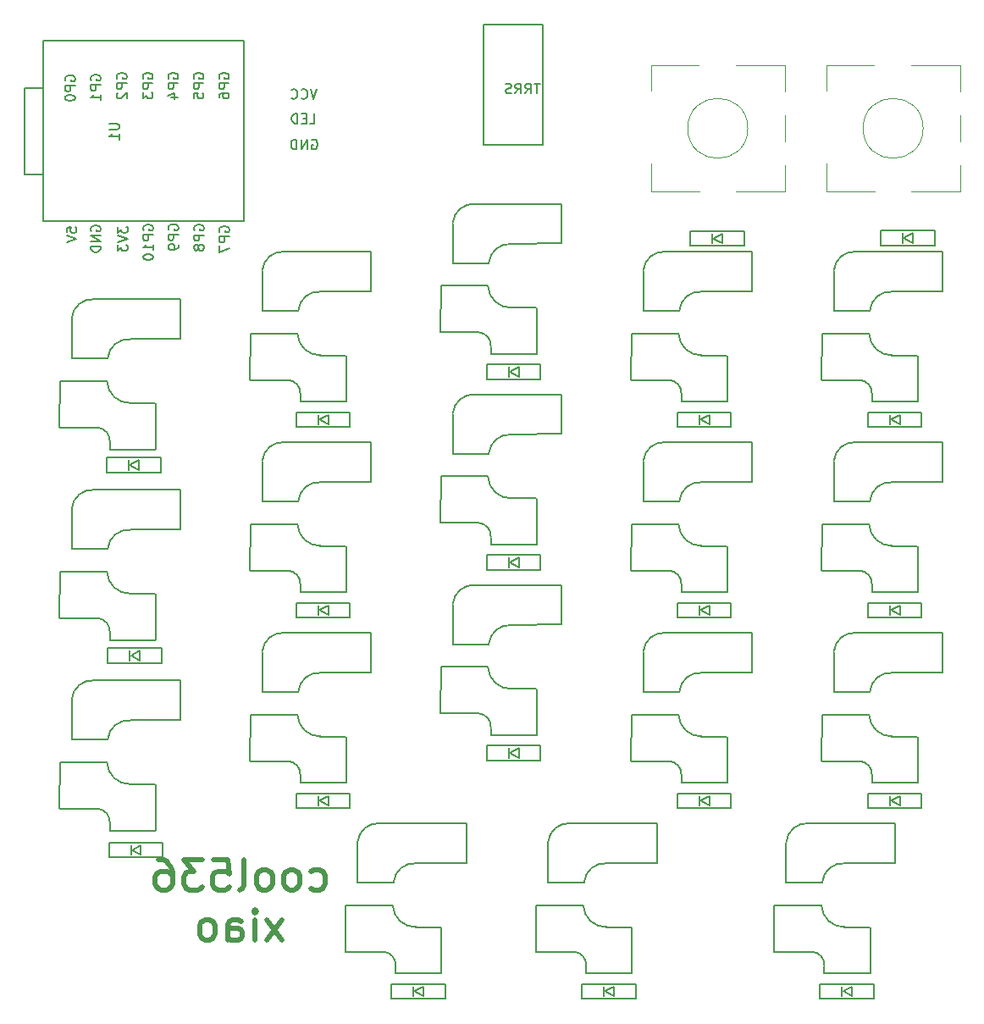
<source format=gbo>
G04 #@! TF.GenerationSoftware,KiCad,Pcbnew,(5.1.6-0-10_14)*
G04 #@! TF.CreationDate,2022-08-19T19:12:35+09:00*
G04 #@! TF.ProjectId,cool536xiao,636f6f6c-3533-4367-9869-616f2e6b6963,rev?*
G04 #@! TF.SameCoordinates,Original*
G04 #@! TF.FileFunction,Legend,Bot*
G04 #@! TF.FilePolarity,Positive*
%FSLAX46Y46*%
G04 Gerber Fmt 4.6, Leading zero omitted, Abs format (unit mm)*
G04 Created by KiCad (PCBNEW (5.1.6-0-10_14)) date 2022-08-19 19:12:35*
%MOMM*%
%LPD*%
G01*
G04 APERTURE LIST*
%ADD10C,0.500000*%
%ADD11C,0.150000*%
%ADD12C,0.120000*%
G04 APERTURE END LIST*
D10*
X67381428Y-120394285D02*
X67667142Y-120537142D01*
X68238571Y-120537142D01*
X68524285Y-120394285D01*
X68667142Y-120251428D01*
X68810000Y-119965714D01*
X68810000Y-119108571D01*
X68667142Y-118822857D01*
X68524285Y-118680000D01*
X68238571Y-118537142D01*
X67667142Y-118537142D01*
X67381428Y-118680000D01*
X65667142Y-120537142D02*
X65952857Y-120394285D01*
X66095714Y-120251428D01*
X66238571Y-119965714D01*
X66238571Y-119108571D01*
X66095714Y-118822857D01*
X65952857Y-118680000D01*
X65667142Y-118537142D01*
X65238571Y-118537142D01*
X64952857Y-118680000D01*
X64810000Y-118822857D01*
X64667142Y-119108571D01*
X64667142Y-119965714D01*
X64810000Y-120251428D01*
X64952857Y-120394285D01*
X65238571Y-120537142D01*
X65667142Y-120537142D01*
X62952857Y-120537142D02*
X63238571Y-120394285D01*
X63381428Y-120251428D01*
X63524285Y-119965714D01*
X63524285Y-119108571D01*
X63381428Y-118822857D01*
X63238571Y-118680000D01*
X62952857Y-118537142D01*
X62524285Y-118537142D01*
X62238571Y-118680000D01*
X62095714Y-118822857D01*
X61952857Y-119108571D01*
X61952857Y-119965714D01*
X62095714Y-120251428D01*
X62238571Y-120394285D01*
X62524285Y-120537142D01*
X62952857Y-120537142D01*
X60238571Y-120537142D02*
X60524285Y-120394285D01*
X60667142Y-120108571D01*
X60667142Y-117537142D01*
X57667142Y-117537142D02*
X59095714Y-117537142D01*
X59238571Y-118965714D01*
X59095714Y-118822857D01*
X58810000Y-118680000D01*
X58095714Y-118680000D01*
X57810000Y-118822857D01*
X57667142Y-118965714D01*
X57524285Y-119251428D01*
X57524285Y-119965714D01*
X57667142Y-120251428D01*
X57810000Y-120394285D01*
X58095714Y-120537142D01*
X58810000Y-120537142D01*
X59095714Y-120394285D01*
X59238571Y-120251428D01*
X56524285Y-117537142D02*
X54667142Y-117537142D01*
X55667142Y-118680000D01*
X55238571Y-118680000D01*
X54952857Y-118822857D01*
X54810000Y-118965714D01*
X54667142Y-119251428D01*
X54667142Y-119965714D01*
X54810000Y-120251428D01*
X54952857Y-120394285D01*
X55238571Y-120537142D01*
X56095714Y-120537142D01*
X56381428Y-120394285D01*
X56524285Y-120251428D01*
X52095714Y-117537142D02*
X52667142Y-117537142D01*
X52952857Y-117680000D01*
X53095714Y-117822857D01*
X53381428Y-118251428D01*
X53524285Y-118822857D01*
X53524285Y-119965714D01*
X53381428Y-120251428D01*
X53238571Y-120394285D01*
X52952857Y-120537142D01*
X52381428Y-120537142D01*
X52095714Y-120394285D01*
X51952857Y-120251428D01*
X51810000Y-119965714D01*
X51810000Y-119251428D01*
X51952857Y-118965714D01*
X52095714Y-118822857D01*
X52381428Y-118680000D01*
X52952857Y-118680000D01*
X53238571Y-118822857D01*
X53381428Y-118965714D01*
X53524285Y-119251428D01*
X64524285Y-125537142D02*
X62952857Y-123537142D01*
X64524285Y-123537142D02*
X62952857Y-125537142D01*
X61810000Y-125537142D02*
X61810000Y-123537142D01*
X61810000Y-122537142D02*
X61952857Y-122680000D01*
X61810000Y-122822857D01*
X61667142Y-122680000D01*
X61810000Y-122537142D01*
X61810000Y-122822857D01*
X59095714Y-125537142D02*
X59095714Y-123965714D01*
X59238571Y-123680000D01*
X59524285Y-123537142D01*
X60095714Y-123537142D01*
X60381428Y-123680000D01*
X59095714Y-125394285D02*
X59381428Y-125537142D01*
X60095714Y-125537142D01*
X60381428Y-125394285D01*
X60524285Y-125108571D01*
X60524285Y-124822857D01*
X60381428Y-124537142D01*
X60095714Y-124394285D01*
X59381428Y-124394285D01*
X59095714Y-124251428D01*
X57238571Y-125537142D02*
X57524285Y-125394285D01*
X57667142Y-125251428D01*
X57810000Y-124965714D01*
X57810000Y-124108571D01*
X57667142Y-123822857D01*
X57524285Y-123680000D01*
X57238571Y-123537142D01*
X56810000Y-123537142D01*
X56524285Y-123680000D01*
X56381428Y-123822857D01*
X56238571Y-124108571D01*
X56238571Y-124965714D01*
X56381428Y-125251428D01*
X56524285Y-125394285D01*
X56810000Y-125537142D01*
X57238571Y-125537142D01*
D11*
X41880000Y-53660000D02*
X60680000Y-53660000D01*
X60680000Y-53660000D02*
X60680000Y-35660000D01*
X60680000Y-35660000D02*
X41880000Y-35660000D01*
X40590000Y-49010000D02*
X38710000Y-49010000D01*
X40590000Y-40350000D02*
X38710000Y-40350000D01*
X38710000Y-40350000D02*
X38710000Y-49010000D01*
X41880000Y-35660000D02*
X40600400Y-35660000D01*
X40600400Y-35660000D02*
X40600400Y-53550000D01*
X41880000Y-53660000D02*
X40600400Y-53660000D01*
X40600400Y-53660000D02*
X40600400Y-53550000D01*
X85370000Y-66270000D02*
X85370000Y-66970000D01*
X80375000Y-60170000D02*
X80350000Y-64770000D01*
X89950000Y-62370000D02*
X89950000Y-66970000D01*
X84150000Y-64795000D02*
X80375000Y-64795000D01*
X85075000Y-60145000D02*
X80375000Y-60145000D01*
X89925000Y-62345000D02*
X87375000Y-62345000D01*
X89925000Y-66995000D02*
X85375000Y-66995000D01*
X92450000Y-55920000D02*
X87400000Y-55966000D01*
X92450000Y-55874000D02*
X92450000Y-51966000D01*
X92450000Y-51966000D02*
X83825000Y-51966000D01*
X81550000Y-53920000D02*
X81550000Y-57865000D01*
X81550000Y-57874000D02*
X85160000Y-57874000D01*
X85370000Y-66220000D02*
G75*
G03*
X84150000Y-64800000I-1320000J100000D01*
G01*
X85080000Y-60170000D02*
G75*
G03*
X87450000Y-62340000I2270000J100000D01*
G01*
X85165000Y-57850000D02*
G75*
G02*
X87425000Y-55970000I2070000J-190000D01*
G01*
X81561000Y-53850000D02*
G75*
G02*
X83825000Y-51966000I2074000J-190000D01*
G01*
X110720000Y-56170000D02*
X110720000Y-54670000D01*
X105320000Y-56170000D02*
X110720000Y-56170000D01*
X105320000Y-54670000D02*
X105320000Y-56170000D01*
X110720000Y-54670000D02*
X105320000Y-54670000D01*
X107520000Y-54920000D02*
X107520000Y-55920000D01*
X108520000Y-55920000D02*
X107620000Y-55420000D01*
X108520000Y-54920000D02*
X108520000Y-55920000D01*
X107620000Y-55420000D02*
X108520000Y-54920000D01*
X129760000Y-56150000D02*
X129760000Y-54650000D01*
X124360000Y-56150000D02*
X129760000Y-56150000D01*
X124360000Y-54650000D02*
X124360000Y-56150000D01*
X129760000Y-54650000D02*
X124360000Y-54650000D01*
X126560000Y-54900000D02*
X126560000Y-55900000D01*
X127560000Y-55900000D02*
X126660000Y-55400000D01*
X127560000Y-54900000D02*
X127560000Y-55900000D01*
X126660000Y-55400000D02*
X127560000Y-54900000D01*
D12*
X118890000Y-50710000D02*
X118890000Y-47910000D01*
X123790000Y-50710000D02*
X118890000Y-50710000D01*
X132290000Y-50710000D02*
X127390000Y-50710000D01*
X132290000Y-48110000D02*
X132290000Y-50710000D01*
X132290000Y-43110000D02*
X132290000Y-45710000D01*
X132290000Y-38110000D02*
X132290000Y-40710000D01*
X127390000Y-38110000D02*
X132290000Y-38110000D01*
X123690000Y-38110000D02*
X118890000Y-38110000D01*
X118890000Y-38110000D02*
X118890000Y-40610000D01*
X128590000Y-44410000D02*
G75*
G03*
X128590000Y-44410000I-3000000J0D01*
G01*
X114760000Y-43110000D02*
X114760000Y-45710000D01*
X114760000Y-50710000D02*
X109860000Y-50710000D01*
X114760000Y-48110000D02*
X114760000Y-50710000D01*
X114760000Y-38110000D02*
X114760000Y-40710000D01*
X109860000Y-38110000D02*
X114760000Y-38110000D01*
X106160000Y-38110000D02*
X101360000Y-38110000D01*
X101360000Y-38110000D02*
X101360000Y-40610000D01*
X111060000Y-44410000D02*
G75*
G03*
X111060000Y-44410000I-3000000J0D01*
G01*
X106260000Y-50710000D02*
X101360000Y-50710000D01*
X101360000Y-50710000D02*
X101360000Y-47910000D01*
D11*
X84600000Y-34070000D02*
X90600000Y-34070000D01*
X90600000Y-34070000D02*
X90600000Y-46070000D01*
X90600000Y-46070000D02*
X84600000Y-46070000D01*
X84600000Y-46070000D02*
X84600000Y-34070000D01*
X81550000Y-95974000D02*
X85160000Y-95974000D01*
X81550000Y-92020000D02*
X81550000Y-95965000D01*
X92450000Y-90066000D02*
X83825000Y-90066000D01*
X92450000Y-93974000D02*
X92450000Y-90066000D01*
X92450000Y-94020000D02*
X87400000Y-94066000D01*
X89925000Y-105095000D02*
X85375000Y-105095000D01*
X89925000Y-100445000D02*
X87375000Y-100445000D01*
X85075000Y-98245000D02*
X80375000Y-98245000D01*
X84150000Y-102895000D02*
X80375000Y-102895000D01*
X89950000Y-100470000D02*
X89950000Y-105070000D01*
X80375000Y-98270000D02*
X80350000Y-102870000D01*
X85370000Y-104370000D02*
X85370000Y-105070000D01*
X81561000Y-91950000D02*
G75*
G02*
X83825000Y-90066000I2074000J-190000D01*
G01*
X85165000Y-95950000D02*
G75*
G02*
X87425000Y-94070000I2070000J-190000D01*
G01*
X85080000Y-98270000D02*
G75*
G03*
X87450000Y-100440000I2270000J100000D01*
G01*
X85370000Y-104320000D02*
G75*
G03*
X84150000Y-102900000I-1320000J100000D01*
G01*
X47270000Y-94845000D02*
X47270000Y-95545000D01*
X42275000Y-88745000D02*
X42250000Y-93345000D01*
X51850000Y-90945000D02*
X51850000Y-95545000D01*
X46050000Y-93370000D02*
X42275000Y-93370000D01*
X46975000Y-88720000D02*
X42275000Y-88720000D01*
X51825000Y-90920000D02*
X49275000Y-90920000D01*
X51825000Y-95570000D02*
X47275000Y-95570000D01*
X54350000Y-84495000D02*
X49300000Y-84541000D01*
X54350000Y-84449000D02*
X54350000Y-80541000D01*
X54350000Y-80541000D02*
X45725000Y-80541000D01*
X43450000Y-82495000D02*
X43450000Y-86440000D01*
X43450000Y-86449000D02*
X47060000Y-86449000D01*
X47270000Y-94795000D02*
G75*
G03*
X46050000Y-93375000I-1320000J100000D01*
G01*
X46980000Y-88745000D02*
G75*
G03*
X49350000Y-90915000I2270000J100000D01*
G01*
X47065000Y-86425000D02*
G75*
G02*
X49325000Y-84545000I2070000J-190000D01*
G01*
X43461000Y-82425000D02*
G75*
G02*
X45725000Y-80541000I2074000J-190000D01*
G01*
X62500000Y-81686500D02*
X66110000Y-81686500D01*
X62500000Y-77732500D02*
X62500000Y-81677500D01*
X73400000Y-75778500D02*
X64775000Y-75778500D01*
X73400000Y-79686500D02*
X73400000Y-75778500D01*
X73400000Y-79732500D02*
X68350000Y-79778500D01*
X70875000Y-90807500D02*
X66325000Y-90807500D01*
X70875000Y-86157500D02*
X68325000Y-86157500D01*
X66025000Y-83957500D02*
X61325000Y-83957500D01*
X65100000Y-88607500D02*
X61325000Y-88607500D01*
X70900000Y-86182500D02*
X70900000Y-90782500D01*
X61325000Y-83982500D02*
X61300000Y-88582500D01*
X66320000Y-90082500D02*
X66320000Y-90782500D01*
X62511000Y-77662500D02*
G75*
G02*
X64775000Y-75778500I2074000J-190000D01*
G01*
X66115000Y-81662500D02*
G75*
G02*
X68375000Y-79782500I2070000J-190000D01*
G01*
X66030000Y-83982500D02*
G75*
G03*
X68400000Y-86152500I2270000J100000D01*
G01*
X66320000Y-90032500D02*
G75*
G03*
X65100000Y-88612500I-1320000J100000D01*
G01*
X71300000Y-72782499D02*
X71300000Y-74282499D01*
X65900000Y-72782499D02*
X71300000Y-72782499D01*
X65900000Y-74282499D02*
X65900000Y-72782499D01*
X71300000Y-74282499D02*
X65900000Y-74282499D01*
X68100000Y-74032499D02*
X68100000Y-73032499D01*
X69100000Y-73032499D02*
X68200000Y-73532499D01*
X69100000Y-74032499D02*
X69100000Y-73032499D01*
X68200000Y-73532499D02*
X69100000Y-74032499D01*
X100600000Y-81686500D02*
X104210000Y-81686500D01*
X100600000Y-77732500D02*
X100600000Y-81677500D01*
X111500000Y-75778500D02*
X102875000Y-75778500D01*
X111500000Y-79686500D02*
X111500000Y-75778500D01*
X111500000Y-79732500D02*
X106450000Y-79778500D01*
X108975000Y-90807500D02*
X104425000Y-90807500D01*
X108975000Y-86157500D02*
X106425000Y-86157500D01*
X104125000Y-83957500D02*
X99425000Y-83957500D01*
X103200000Y-88607500D02*
X99425000Y-88607500D01*
X109000000Y-86182500D02*
X109000000Y-90782500D01*
X99425000Y-83982500D02*
X99400000Y-88582500D01*
X104420000Y-90082500D02*
X104420000Y-90782500D01*
X100611000Y-77662500D02*
G75*
G02*
X102875000Y-75778500I2074000J-190000D01*
G01*
X104215000Y-81662500D02*
G75*
G02*
X106475000Y-79782500I2070000J-190000D01*
G01*
X104130000Y-83982500D02*
G75*
G03*
X106500000Y-86152500I2270000J100000D01*
G01*
X104420000Y-90032500D02*
G75*
G03*
X103200000Y-88612500I-1320000J100000D01*
G01*
X94895000Y-128182500D02*
X94895000Y-128882500D01*
X89900000Y-122082500D02*
X89875000Y-126682500D01*
X99475000Y-124282500D02*
X99475000Y-128882500D01*
X93675000Y-126707500D02*
X89900000Y-126707500D01*
X94600000Y-122057500D02*
X89900000Y-122057500D01*
X99450000Y-124257500D02*
X96900000Y-124257500D01*
X99450000Y-128907500D02*
X94900000Y-128907500D01*
X101975000Y-117832500D02*
X96925000Y-117878500D01*
X101975000Y-117786500D02*
X101975000Y-113878500D01*
X101975000Y-113878500D02*
X93350000Y-113878500D01*
X91075000Y-115832500D02*
X91075000Y-119777500D01*
X91075000Y-119786500D02*
X94685000Y-119786500D01*
X94895000Y-128132500D02*
G75*
G03*
X93675000Y-126712500I-1320000J100000D01*
G01*
X94605000Y-122082500D02*
G75*
G03*
X96975000Y-124252500I2270000J100000D01*
G01*
X94690000Y-119762500D02*
G75*
G02*
X96950000Y-117882500I2070000J-190000D01*
G01*
X91086000Y-115762500D02*
G75*
G02*
X93350000Y-113878500I2074000J-190000D01*
G01*
X75845000Y-128182500D02*
X75845000Y-128882500D01*
X70850000Y-122082500D02*
X70825000Y-126682500D01*
X80425000Y-124282500D02*
X80425000Y-128882500D01*
X74625000Y-126707500D02*
X70850000Y-126707500D01*
X75550000Y-122057500D02*
X70850000Y-122057500D01*
X80400000Y-124257500D02*
X77850000Y-124257500D01*
X80400000Y-128907500D02*
X75850000Y-128907500D01*
X82925000Y-117832500D02*
X77875000Y-117878500D01*
X82925000Y-117786500D02*
X82925000Y-113878500D01*
X82925000Y-113878500D02*
X74300000Y-113878500D01*
X72025000Y-115832500D02*
X72025000Y-119777500D01*
X72025000Y-119786500D02*
X75635000Y-119786500D01*
X75845000Y-128132500D02*
G75*
G03*
X74625000Y-126712500I-1320000J100000D01*
G01*
X75555000Y-122082500D02*
G75*
G03*
X77925000Y-124252500I2270000J100000D01*
G01*
X75640000Y-119762500D02*
G75*
G02*
X77900000Y-117882500I2070000J-190000D01*
G01*
X72036000Y-115762500D02*
G75*
G02*
X74300000Y-113878500I2074000J-190000D01*
G01*
X119650000Y-100736500D02*
X123260000Y-100736500D01*
X119650000Y-96782500D02*
X119650000Y-100727500D01*
X130550000Y-94828500D02*
X121925000Y-94828500D01*
X130550000Y-98736500D02*
X130550000Y-94828500D01*
X130550000Y-98782500D02*
X125500000Y-98828500D01*
X128025000Y-109857500D02*
X123475000Y-109857500D01*
X128025000Y-105207500D02*
X125475000Y-105207500D01*
X123175000Y-103007500D02*
X118475000Y-103007500D01*
X122250000Y-107657500D02*
X118475000Y-107657500D01*
X128050000Y-105232500D02*
X128050000Y-109832500D01*
X118475000Y-103032500D02*
X118450000Y-107632500D01*
X123470000Y-109132500D02*
X123470000Y-109832500D01*
X119661000Y-96712500D02*
G75*
G02*
X121925000Y-94828500I2074000J-190000D01*
G01*
X123265000Y-100712500D02*
G75*
G02*
X125525000Y-98832500I2070000J-190000D01*
G01*
X123180000Y-103032500D02*
G75*
G03*
X125550000Y-105202500I2270000J100000D01*
G01*
X123470000Y-109082500D02*
G75*
G03*
X122250000Y-107662500I-1320000J100000D01*
G01*
X119650000Y-62636499D02*
X123260000Y-62636499D01*
X119650000Y-58682499D02*
X119650000Y-62627499D01*
X130550000Y-56728499D02*
X121925000Y-56728499D01*
X130550000Y-60636499D02*
X130550000Y-56728499D01*
X130550000Y-60682499D02*
X125500000Y-60728499D01*
X128025000Y-71757499D02*
X123475000Y-71757499D01*
X128025000Y-67107499D02*
X125475000Y-67107499D01*
X123175000Y-64907499D02*
X118475000Y-64907499D01*
X122250000Y-69557499D02*
X118475000Y-69557499D01*
X128050000Y-67132499D02*
X128050000Y-71732499D01*
X118475000Y-64932499D02*
X118450000Y-69532499D01*
X123470000Y-71032499D02*
X123470000Y-71732499D01*
X119661000Y-58612499D02*
G75*
G02*
X121925000Y-56728499I2074000J-190000D01*
G01*
X123265000Y-62612499D02*
G75*
G02*
X125525000Y-60732499I2070000J-190000D01*
G01*
X123180000Y-64932499D02*
G75*
G03*
X125550000Y-67102499I2270000J100000D01*
G01*
X123470000Y-70982499D02*
G75*
G03*
X122250000Y-69562499I-1320000J100000D01*
G01*
X66320000Y-109132500D02*
X66320000Y-109832500D01*
X61325000Y-103032500D02*
X61300000Y-107632500D01*
X70900000Y-105232500D02*
X70900000Y-109832500D01*
X65100000Y-107657500D02*
X61325000Y-107657500D01*
X66025000Y-103007500D02*
X61325000Y-103007500D01*
X70875000Y-105207500D02*
X68325000Y-105207500D01*
X70875000Y-109857500D02*
X66325000Y-109857500D01*
X73400000Y-98782500D02*
X68350000Y-98828500D01*
X73400000Y-98736500D02*
X73400000Y-94828500D01*
X73400000Y-94828500D02*
X64775000Y-94828500D01*
X62500000Y-96782500D02*
X62500000Y-100727500D01*
X62500000Y-100736500D02*
X66110000Y-100736500D01*
X66320000Y-109082500D02*
G75*
G03*
X65100000Y-107662500I-1320000J100000D01*
G01*
X66030000Y-103032500D02*
G75*
G03*
X68400000Y-105202500I2270000J100000D01*
G01*
X66115000Y-100712500D02*
G75*
G02*
X68375000Y-98832500I2070000J-190000D01*
G01*
X62511000Y-96712500D02*
G75*
G02*
X64775000Y-94828500I2074000J-190000D01*
G01*
X100600000Y-100736500D02*
X104210000Y-100736500D01*
X100600000Y-96782500D02*
X100600000Y-100727500D01*
X111500000Y-94828500D02*
X102875000Y-94828500D01*
X111500000Y-98736500D02*
X111500000Y-94828500D01*
X111500000Y-98782500D02*
X106450000Y-98828500D01*
X108975000Y-109857500D02*
X104425000Y-109857500D01*
X108975000Y-105207500D02*
X106425000Y-105207500D01*
X104125000Y-103007500D02*
X99425000Y-103007500D01*
X103200000Y-107657500D02*
X99425000Y-107657500D01*
X109000000Y-105232500D02*
X109000000Y-109832500D01*
X99425000Y-103032500D02*
X99400000Y-107632500D01*
X104420000Y-109132500D02*
X104420000Y-109832500D01*
X100611000Y-96712500D02*
G75*
G02*
X102875000Y-94828500I2074000J-190000D01*
G01*
X104215000Y-100712500D02*
G75*
G02*
X106475000Y-98832500I2070000J-190000D01*
G01*
X104130000Y-103032500D02*
G75*
G03*
X106500000Y-105202500I2270000J100000D01*
G01*
X104420000Y-109082500D02*
G75*
G03*
X103200000Y-107662500I-1320000J100000D01*
G01*
X119650000Y-81686500D02*
X123260000Y-81686500D01*
X119650000Y-77732500D02*
X119650000Y-81677500D01*
X130550000Y-75778500D02*
X121925000Y-75778500D01*
X130550000Y-79686500D02*
X130550000Y-75778500D01*
X130550000Y-79732500D02*
X125500000Y-79778500D01*
X128025000Y-90807500D02*
X123475000Y-90807500D01*
X128025000Y-86157500D02*
X125475000Y-86157500D01*
X123175000Y-83957500D02*
X118475000Y-83957500D01*
X122250000Y-88607500D02*
X118475000Y-88607500D01*
X128050000Y-86182500D02*
X128050000Y-90782500D01*
X118475000Y-83982500D02*
X118450000Y-88582500D01*
X123470000Y-90082500D02*
X123470000Y-90782500D01*
X119661000Y-77662500D02*
G75*
G02*
X121925000Y-75778500I2074000J-190000D01*
G01*
X123265000Y-81662500D02*
G75*
G02*
X125525000Y-79782500I2070000J-190000D01*
G01*
X123180000Y-83982500D02*
G75*
G03*
X125550000Y-86152500I2270000J100000D01*
G01*
X123470000Y-90032500D02*
G75*
G03*
X122250000Y-88612500I-1320000J100000D01*
G01*
X43450000Y-105499000D02*
X47060000Y-105499000D01*
X43450000Y-101545000D02*
X43450000Y-105490000D01*
X54350000Y-99591000D02*
X45725000Y-99591000D01*
X54350000Y-103499000D02*
X54350000Y-99591000D01*
X54350000Y-103545000D02*
X49300000Y-103591000D01*
X51825000Y-114620000D02*
X47275000Y-114620000D01*
X51825000Y-109970000D02*
X49275000Y-109970000D01*
X46975000Y-107770000D02*
X42275000Y-107770000D01*
X46050000Y-112420000D02*
X42275000Y-112420000D01*
X51850000Y-109995000D02*
X51850000Y-114595000D01*
X42275000Y-107795000D02*
X42250000Y-112395000D01*
X47270000Y-113895000D02*
X47270000Y-114595000D01*
X43461000Y-101475000D02*
G75*
G02*
X45725000Y-99591000I2074000J-190000D01*
G01*
X47065000Y-105475000D02*
G75*
G02*
X49325000Y-103595000I2070000J-190000D01*
G01*
X46980000Y-107795000D02*
G75*
G03*
X49350000Y-109965000I2270000J100000D01*
G01*
X47270000Y-113845000D02*
G75*
G03*
X46050000Y-112425000I-1320000J100000D01*
G01*
X81550000Y-76924000D02*
X85160000Y-76924000D01*
X81550000Y-72970000D02*
X81550000Y-76915000D01*
X92450000Y-71016000D02*
X83825000Y-71016000D01*
X92450000Y-74924000D02*
X92450000Y-71016000D01*
X92450000Y-74970000D02*
X87400000Y-75016000D01*
X89925000Y-86045000D02*
X85375000Y-86045000D01*
X89925000Y-81395000D02*
X87375000Y-81395000D01*
X85075000Y-79195000D02*
X80375000Y-79195000D01*
X84150000Y-83845000D02*
X80375000Y-83845000D01*
X89950000Y-81420000D02*
X89950000Y-86020000D01*
X80375000Y-79220000D02*
X80350000Y-83820000D01*
X85370000Y-85320000D02*
X85370000Y-86020000D01*
X81561000Y-72900000D02*
G75*
G02*
X83825000Y-71016000I2074000J-190000D01*
G01*
X85165000Y-76900000D02*
G75*
G02*
X87425000Y-75020000I2070000J-190000D01*
G01*
X85080000Y-79220000D02*
G75*
G03*
X87450000Y-81390000I2270000J100000D01*
G01*
X85370000Y-85270000D02*
G75*
G03*
X84150000Y-83850000I-1320000J100000D01*
G01*
X109400000Y-91832500D02*
X109400000Y-93332500D01*
X104000000Y-91832500D02*
X109400000Y-91832500D01*
X104000000Y-93332500D02*
X104000000Y-91832500D01*
X109400000Y-93332500D02*
X104000000Y-93332500D01*
X106200000Y-93082500D02*
X106200000Y-92082500D01*
X107200000Y-92082500D02*
X106300000Y-92582500D01*
X107200000Y-93082500D02*
X107200000Y-92082500D01*
X106300000Y-92582500D02*
X107200000Y-93082500D01*
X128450000Y-91832500D02*
X128450000Y-93332500D01*
X123050000Y-91832500D02*
X128450000Y-91832500D01*
X123050000Y-93332500D02*
X123050000Y-91832500D01*
X128450000Y-93332500D02*
X123050000Y-93332500D01*
X125250000Y-93082500D02*
X125250000Y-92082500D01*
X126250000Y-92082500D02*
X125350000Y-92582500D01*
X126250000Y-93082500D02*
X126250000Y-92082500D01*
X125350000Y-92582500D02*
X126250000Y-93082500D01*
X99875000Y-129932500D02*
X99875000Y-131432500D01*
X94475000Y-129932500D02*
X99875000Y-129932500D01*
X94475000Y-131432500D02*
X94475000Y-129932500D01*
X99875000Y-131432500D02*
X94475000Y-131432500D01*
X96675000Y-131182500D02*
X96675000Y-130182500D01*
X97675000Y-130182500D02*
X96775000Y-130682500D01*
X97675000Y-131182500D02*
X97675000Y-130182500D01*
X96775000Y-130682500D02*
X97675000Y-131182500D01*
X123688000Y-129932500D02*
X123688000Y-131432500D01*
X118288000Y-129932500D02*
X123688000Y-129932500D01*
X118288000Y-131432500D02*
X118288000Y-129932500D01*
X123688000Y-131432500D02*
X118288000Y-131432500D01*
X120488000Y-131182500D02*
X120488000Y-130182500D01*
X121488000Y-130182500D02*
X120588000Y-130682500D01*
X121488000Y-131182500D02*
X121488000Y-130182500D01*
X120588000Y-130682500D02*
X121488000Y-131182500D01*
X90350000Y-68020000D02*
X90350000Y-69520000D01*
X84950000Y-68020000D02*
X90350000Y-68020000D01*
X84950000Y-69520000D02*
X84950000Y-68020000D01*
X90350000Y-69520000D02*
X84950000Y-69520000D01*
X87150000Y-69270000D02*
X87150000Y-68270000D01*
X88150000Y-68270000D02*
X87250000Y-68770000D01*
X88150000Y-69270000D02*
X88150000Y-68270000D01*
X87250000Y-68770000D02*
X88150000Y-69270000D01*
X109400000Y-72782499D02*
X109400000Y-74282499D01*
X104000000Y-72782499D02*
X109400000Y-72782499D01*
X104000000Y-74282499D02*
X104000000Y-72782499D01*
X109400000Y-74282499D02*
X104000000Y-74282499D01*
X106200000Y-74032499D02*
X106200000Y-73032499D01*
X107200000Y-73032499D02*
X106300000Y-73532499D01*
X107200000Y-74032499D02*
X107200000Y-73032499D01*
X106300000Y-73532499D02*
X107200000Y-74032499D01*
X128450000Y-72782499D02*
X128450000Y-74282499D01*
X123050000Y-72782499D02*
X128450000Y-72782499D01*
X123050000Y-74282499D02*
X123050000Y-72782499D01*
X128450000Y-74282499D02*
X123050000Y-74282499D01*
X125250000Y-74032499D02*
X125250000Y-73032499D01*
X126250000Y-73032499D02*
X125350000Y-73532499D01*
X126250000Y-74032499D02*
X126250000Y-73032499D01*
X125350000Y-73532499D02*
X126250000Y-74032499D01*
X90350000Y-87070000D02*
X90350000Y-88570000D01*
X84950000Y-87070000D02*
X90350000Y-87070000D01*
X84950000Y-88570000D02*
X84950000Y-87070000D01*
X90350000Y-88570000D02*
X84950000Y-88570000D01*
X87150000Y-88320000D02*
X87150000Y-87320000D01*
X88150000Y-87320000D02*
X87250000Y-87820000D01*
X88150000Y-88320000D02*
X88150000Y-87320000D01*
X87250000Y-87820000D02*
X88150000Y-88320000D01*
X71300000Y-91832500D02*
X71300000Y-93332500D01*
X65900000Y-91832500D02*
X71300000Y-91832500D01*
X65900000Y-93332500D02*
X65900000Y-91832500D01*
X71300000Y-93332500D02*
X65900000Y-93332500D01*
X68100000Y-93082500D02*
X68100000Y-92082500D01*
X69100000Y-92082500D02*
X68200000Y-92582500D01*
X69100000Y-93082500D02*
X69100000Y-92082500D01*
X68200000Y-92582500D02*
X69100000Y-93082500D01*
X71300000Y-110882500D02*
X71300000Y-112382500D01*
X65900000Y-110882500D02*
X71300000Y-110882500D01*
X65900000Y-112382500D02*
X65900000Y-110882500D01*
X71300000Y-112382500D02*
X65900000Y-112382500D01*
X68100000Y-112132500D02*
X68100000Y-111132500D01*
X69100000Y-111132500D02*
X68200000Y-111632500D01*
X69100000Y-112132500D02*
X69100000Y-111132500D01*
X68200000Y-111632500D02*
X69100000Y-112132500D01*
X90350000Y-106120000D02*
X90350000Y-107620000D01*
X84950000Y-106120000D02*
X90350000Y-106120000D01*
X84950000Y-107620000D02*
X84950000Y-106120000D01*
X90350000Y-107620000D02*
X84950000Y-107620000D01*
X87150000Y-107370000D02*
X87150000Y-106370000D01*
X88150000Y-106370000D02*
X87250000Y-106870000D01*
X88150000Y-107370000D02*
X88150000Y-106370000D01*
X87250000Y-106870000D02*
X88150000Y-107370000D01*
X109400000Y-110882500D02*
X109400000Y-112382500D01*
X104000000Y-110882500D02*
X109400000Y-110882500D01*
X104000000Y-112382500D02*
X104000000Y-110882500D01*
X109400000Y-112382500D02*
X104000000Y-112382500D01*
X106200000Y-112132500D02*
X106200000Y-111132500D01*
X107200000Y-111132500D02*
X106300000Y-111632500D01*
X107200000Y-112132500D02*
X107200000Y-111132500D01*
X106300000Y-111632500D02*
X107200000Y-112132500D01*
X128450000Y-110882500D02*
X128450000Y-112382500D01*
X123050000Y-110882500D02*
X128450000Y-110882500D01*
X123050000Y-112382500D02*
X123050000Y-110882500D01*
X128450000Y-112382500D02*
X123050000Y-112382500D01*
X125250000Y-112132500D02*
X125250000Y-111132500D01*
X126250000Y-111132500D02*
X125350000Y-111632500D01*
X126250000Y-112132500D02*
X126250000Y-111132500D01*
X125350000Y-111632500D02*
X126250000Y-112132500D01*
X80825000Y-129932500D02*
X80825000Y-131432500D01*
X75425000Y-129932500D02*
X80825000Y-129932500D01*
X75425000Y-131432500D02*
X75425000Y-129932500D01*
X80825000Y-131432500D02*
X75425000Y-131432500D01*
X77625000Y-131182500D02*
X77625000Y-130182500D01*
X78625000Y-130182500D02*
X77725000Y-130682500D01*
X78625000Y-131182500D02*
X78625000Y-130182500D01*
X77725000Y-130682500D02*
X78625000Y-131182500D01*
X114888000Y-119786500D02*
X118498000Y-119786500D01*
X114888000Y-115832500D02*
X114888000Y-119777500D01*
X125788000Y-113878500D02*
X117163000Y-113878500D01*
X125788000Y-117786500D02*
X125788000Y-113878500D01*
X125788000Y-117832500D02*
X120738000Y-117878500D01*
X123263000Y-128907500D02*
X118713000Y-128907500D01*
X123263000Y-124257500D02*
X120713000Y-124257500D01*
X118413000Y-122057500D02*
X113713000Y-122057500D01*
X117488000Y-126707500D02*
X113713000Y-126707500D01*
X123288000Y-124282500D02*
X123288000Y-128882500D01*
X113713000Y-122082500D02*
X113688000Y-126682500D01*
X118708000Y-128182500D02*
X118708000Y-128882500D01*
X114899000Y-115762500D02*
G75*
G02*
X117163000Y-113878500I2074000J-190000D01*
G01*
X118503000Y-119762500D02*
G75*
G02*
X120763000Y-117882500I2070000J-190000D01*
G01*
X118418000Y-122082500D02*
G75*
G03*
X120788000Y-124252500I2270000J100000D01*
G01*
X118708000Y-128132500D02*
G75*
G03*
X117488000Y-126712500I-1320000J100000D01*
G01*
X66320000Y-71032499D02*
X66320000Y-71732499D01*
X61325000Y-64932499D02*
X61300000Y-69532499D01*
X70900000Y-67132499D02*
X70900000Y-71732499D01*
X65100000Y-69557499D02*
X61325000Y-69557499D01*
X66025000Y-64907499D02*
X61325000Y-64907499D01*
X70875000Y-67107499D02*
X68325000Y-67107499D01*
X70875000Y-71757499D02*
X66325000Y-71757499D01*
X73400000Y-60682499D02*
X68350000Y-60728499D01*
X73400000Y-60636499D02*
X73400000Y-56728499D01*
X73400000Y-56728499D02*
X64775000Y-56728499D01*
X62500000Y-58682499D02*
X62500000Y-62627499D01*
X62500000Y-62636499D02*
X66110000Y-62636499D01*
X66320000Y-70982499D02*
G75*
G03*
X65100000Y-69562499I-1320000J100000D01*
G01*
X66030000Y-64932499D02*
G75*
G03*
X68400000Y-67102499I2270000J100000D01*
G01*
X66115000Y-62612499D02*
G75*
G02*
X68375000Y-60732499I2070000J-190000D01*
G01*
X62511000Y-58612499D02*
G75*
G02*
X64775000Y-56728499I2074000J-190000D01*
G01*
X104420000Y-71032499D02*
X104420000Y-71732499D01*
X99425000Y-64932499D02*
X99400000Y-69532499D01*
X109000000Y-67132499D02*
X109000000Y-71732499D01*
X103200000Y-69557499D02*
X99425000Y-69557499D01*
X104125000Y-64907499D02*
X99425000Y-64907499D01*
X108975000Y-67107499D02*
X106425000Y-67107499D01*
X108975000Y-71757499D02*
X104425000Y-71757499D01*
X111500000Y-60682499D02*
X106450000Y-60728499D01*
X111500000Y-60636499D02*
X111500000Y-56728499D01*
X111500000Y-56728499D02*
X102875000Y-56728499D01*
X100600000Y-58682499D02*
X100600000Y-62627499D01*
X100600000Y-62636499D02*
X104210000Y-62636499D01*
X104420000Y-70982499D02*
G75*
G03*
X103200000Y-69562499I-1320000J100000D01*
G01*
X104130000Y-64932499D02*
G75*
G03*
X106500000Y-67102499I2270000J100000D01*
G01*
X104215000Y-62612499D02*
G75*
G02*
X106475000Y-60732499I2070000J-190000D01*
G01*
X100611000Y-58612499D02*
G75*
G02*
X102875000Y-56728499I2074000J-190000D01*
G01*
X47270000Y-75795000D02*
X47270000Y-76495000D01*
X42275000Y-69695000D02*
X42250000Y-74295000D01*
X51850000Y-71895000D02*
X51850000Y-76495000D01*
X46050000Y-74320000D02*
X42275000Y-74320000D01*
X46975000Y-69670000D02*
X42275000Y-69670000D01*
X51825000Y-71870000D02*
X49275000Y-71870000D01*
X51825000Y-76520000D02*
X47275000Y-76520000D01*
X54350000Y-65445000D02*
X49300000Y-65491000D01*
X54350000Y-65399000D02*
X54350000Y-61491000D01*
X54350000Y-61491000D02*
X45725000Y-61491000D01*
X43450000Y-63445000D02*
X43450000Y-67390000D01*
X43450000Y-67399000D02*
X47060000Y-67399000D01*
X47270000Y-75745000D02*
G75*
G03*
X46050000Y-74325000I-1320000J100000D01*
G01*
X46980000Y-69695000D02*
G75*
G03*
X49350000Y-71865000I2270000J100000D01*
G01*
X47065000Y-67375000D02*
G75*
G02*
X49325000Y-65495000I2070000J-190000D01*
G01*
X43461000Y-63375000D02*
G75*
G02*
X45725000Y-61491000I2074000J-190000D01*
G01*
X49240000Y-78070000D02*
X50140000Y-77570000D01*
X50140000Y-77570000D02*
X50140000Y-78570000D01*
X50140000Y-78570000D02*
X49240000Y-78070000D01*
X49140000Y-77570000D02*
X49140000Y-78570000D01*
X52340000Y-77320000D02*
X46940000Y-77320000D01*
X46940000Y-77320000D02*
X46940000Y-78820000D01*
X46940000Y-78820000D02*
X52340000Y-78820000D01*
X52340000Y-78820000D02*
X52340000Y-77320000D01*
X52480000Y-97890000D02*
X52480000Y-96390000D01*
X47080000Y-97890000D02*
X52480000Y-97890000D01*
X47080000Y-96390000D02*
X47080000Y-97890000D01*
X52480000Y-96390000D02*
X47080000Y-96390000D01*
X49280000Y-96640000D02*
X49280000Y-97640000D01*
X50280000Y-97640000D02*
X49380000Y-97140000D01*
X50280000Y-96640000D02*
X50280000Y-97640000D01*
X49380000Y-97140000D02*
X50280000Y-96640000D01*
X49480000Y-116550000D02*
X50380000Y-116050000D01*
X50380000Y-116050000D02*
X50380000Y-117050000D01*
X50380000Y-117050000D02*
X49480000Y-116550000D01*
X49380000Y-116050000D02*
X49380000Y-117050000D01*
X52580000Y-115800000D02*
X47180000Y-115800000D01*
X47180000Y-115800000D02*
X47180000Y-117300000D01*
X47180000Y-117300000D02*
X52580000Y-117300000D01*
X52580000Y-117300000D02*
X52580000Y-115800000D01*
X47192380Y-43948095D02*
X48001904Y-43948095D01*
X48097142Y-43995714D01*
X48144761Y-44043333D01*
X48192380Y-44138571D01*
X48192380Y-44329047D01*
X48144761Y-44424285D01*
X48097142Y-44471904D01*
X48001904Y-44519523D01*
X47192380Y-44519523D01*
X48192380Y-45519523D02*
X48192380Y-44948095D01*
X48192380Y-45233809D02*
X47192380Y-45233809D01*
X47335238Y-45138571D01*
X47430476Y-45043333D01*
X47478095Y-44948095D01*
X42952380Y-54809523D02*
X42952380Y-54333333D01*
X43428571Y-54285714D01*
X43380952Y-54333333D01*
X43333333Y-54428571D01*
X43333333Y-54666666D01*
X43380952Y-54761904D01*
X43428571Y-54809523D01*
X43523809Y-54857142D01*
X43761904Y-54857142D01*
X43857142Y-54809523D01*
X43904761Y-54761904D01*
X43952380Y-54666666D01*
X43952380Y-54428571D01*
X43904761Y-54333333D01*
X43857142Y-54285714D01*
X42952380Y-55142857D02*
X43952380Y-55476190D01*
X42952380Y-55809523D01*
X45400000Y-54678095D02*
X45352380Y-54582857D01*
X45352380Y-54440000D01*
X45400000Y-54297142D01*
X45495238Y-54201904D01*
X45590476Y-54154285D01*
X45780952Y-54106666D01*
X45923809Y-54106666D01*
X46114285Y-54154285D01*
X46209523Y-54201904D01*
X46304761Y-54297142D01*
X46352380Y-54440000D01*
X46352380Y-54535238D01*
X46304761Y-54678095D01*
X46257142Y-54725714D01*
X45923809Y-54725714D01*
X45923809Y-54535238D01*
X46352380Y-55154285D02*
X45352380Y-55154285D01*
X46352380Y-55725714D01*
X45352380Y-55725714D01*
X46352380Y-56201904D02*
X45352380Y-56201904D01*
X45352380Y-56440000D01*
X45400000Y-56582857D01*
X45495238Y-56678095D01*
X45590476Y-56725714D01*
X45780952Y-56773333D01*
X45923809Y-56773333D01*
X46114285Y-56725714D01*
X46209523Y-56678095D01*
X46304761Y-56582857D01*
X46352380Y-56440000D01*
X46352380Y-56201904D01*
X48042380Y-54241904D02*
X48042380Y-54860952D01*
X48423333Y-54527619D01*
X48423333Y-54670476D01*
X48470952Y-54765714D01*
X48518571Y-54813333D01*
X48613809Y-54860952D01*
X48851904Y-54860952D01*
X48947142Y-54813333D01*
X48994761Y-54765714D01*
X49042380Y-54670476D01*
X49042380Y-54384761D01*
X48994761Y-54289523D01*
X48947142Y-54241904D01*
X48042380Y-55146666D02*
X49042380Y-55480000D01*
X48042380Y-55813333D01*
X48042380Y-56051428D02*
X48042380Y-56670476D01*
X48423333Y-56337142D01*
X48423333Y-56480000D01*
X48470952Y-56575238D01*
X48518571Y-56622857D01*
X48613809Y-56670476D01*
X48851904Y-56670476D01*
X48947142Y-56622857D01*
X48994761Y-56575238D01*
X49042380Y-56480000D01*
X49042380Y-56194285D01*
X48994761Y-56099047D01*
X48947142Y-56051428D01*
X50650000Y-54599523D02*
X50602380Y-54504285D01*
X50602380Y-54361428D01*
X50650000Y-54218571D01*
X50745238Y-54123333D01*
X50840476Y-54075714D01*
X51030952Y-54028095D01*
X51173809Y-54028095D01*
X51364285Y-54075714D01*
X51459523Y-54123333D01*
X51554761Y-54218571D01*
X51602380Y-54361428D01*
X51602380Y-54456666D01*
X51554761Y-54599523D01*
X51507142Y-54647142D01*
X51173809Y-54647142D01*
X51173809Y-54456666D01*
X51602380Y-55075714D02*
X50602380Y-55075714D01*
X50602380Y-55456666D01*
X50650000Y-55551904D01*
X50697619Y-55599523D01*
X50792857Y-55647142D01*
X50935714Y-55647142D01*
X51030952Y-55599523D01*
X51078571Y-55551904D01*
X51126190Y-55456666D01*
X51126190Y-55075714D01*
X51602380Y-56599523D02*
X51602380Y-56028095D01*
X51602380Y-56313809D02*
X50602380Y-56313809D01*
X50745238Y-56218571D01*
X50840476Y-56123333D01*
X50888095Y-56028095D01*
X50602380Y-57218571D02*
X50602380Y-57313809D01*
X50650000Y-57409047D01*
X50697619Y-57456666D01*
X50792857Y-57504285D01*
X50983333Y-57551904D01*
X51221428Y-57551904D01*
X51411904Y-57504285D01*
X51507142Y-57456666D01*
X51554761Y-57409047D01*
X51602380Y-57313809D01*
X51602380Y-57218571D01*
X51554761Y-57123333D01*
X51507142Y-57075714D01*
X51411904Y-57028095D01*
X51221428Y-56980476D01*
X50983333Y-56980476D01*
X50792857Y-57028095D01*
X50697619Y-57075714D01*
X50650000Y-57123333D01*
X50602380Y-57218571D01*
X53170000Y-54555714D02*
X53122380Y-54460476D01*
X53122380Y-54317619D01*
X53170000Y-54174761D01*
X53265238Y-54079523D01*
X53360476Y-54031904D01*
X53550952Y-53984285D01*
X53693809Y-53984285D01*
X53884285Y-54031904D01*
X53979523Y-54079523D01*
X54074761Y-54174761D01*
X54122380Y-54317619D01*
X54122380Y-54412857D01*
X54074761Y-54555714D01*
X54027142Y-54603333D01*
X53693809Y-54603333D01*
X53693809Y-54412857D01*
X54122380Y-55031904D02*
X53122380Y-55031904D01*
X53122380Y-55412857D01*
X53170000Y-55508095D01*
X53217619Y-55555714D01*
X53312857Y-55603333D01*
X53455714Y-55603333D01*
X53550952Y-55555714D01*
X53598571Y-55508095D01*
X53646190Y-55412857D01*
X53646190Y-55031904D01*
X54122380Y-56079523D02*
X54122380Y-56270000D01*
X54074761Y-56365238D01*
X54027142Y-56412857D01*
X53884285Y-56508095D01*
X53693809Y-56555714D01*
X53312857Y-56555714D01*
X53217619Y-56508095D01*
X53170000Y-56460476D01*
X53122380Y-56365238D01*
X53122380Y-56174761D01*
X53170000Y-56079523D01*
X53217619Y-56031904D01*
X53312857Y-55984285D01*
X53550952Y-55984285D01*
X53646190Y-56031904D01*
X53693809Y-56079523D01*
X53741428Y-56174761D01*
X53741428Y-56365238D01*
X53693809Y-56460476D01*
X53646190Y-56508095D01*
X53550952Y-56555714D01*
X55740000Y-54605714D02*
X55692380Y-54510476D01*
X55692380Y-54367619D01*
X55740000Y-54224761D01*
X55835238Y-54129523D01*
X55930476Y-54081904D01*
X56120952Y-54034285D01*
X56263809Y-54034285D01*
X56454285Y-54081904D01*
X56549523Y-54129523D01*
X56644761Y-54224761D01*
X56692380Y-54367619D01*
X56692380Y-54462857D01*
X56644761Y-54605714D01*
X56597142Y-54653333D01*
X56263809Y-54653333D01*
X56263809Y-54462857D01*
X56692380Y-55081904D02*
X55692380Y-55081904D01*
X55692380Y-55462857D01*
X55740000Y-55558095D01*
X55787619Y-55605714D01*
X55882857Y-55653333D01*
X56025714Y-55653333D01*
X56120952Y-55605714D01*
X56168571Y-55558095D01*
X56216190Y-55462857D01*
X56216190Y-55081904D01*
X56120952Y-56224761D02*
X56073333Y-56129523D01*
X56025714Y-56081904D01*
X55930476Y-56034285D01*
X55882857Y-56034285D01*
X55787619Y-56081904D01*
X55740000Y-56129523D01*
X55692380Y-56224761D01*
X55692380Y-56415238D01*
X55740000Y-56510476D01*
X55787619Y-56558095D01*
X55882857Y-56605714D01*
X55930476Y-56605714D01*
X56025714Y-56558095D01*
X56073333Y-56510476D01*
X56120952Y-56415238D01*
X56120952Y-56224761D01*
X56168571Y-56129523D01*
X56216190Y-56081904D01*
X56311428Y-56034285D01*
X56501904Y-56034285D01*
X56597142Y-56081904D01*
X56644761Y-56129523D01*
X56692380Y-56224761D01*
X56692380Y-56415238D01*
X56644761Y-56510476D01*
X56597142Y-56558095D01*
X56501904Y-56605714D01*
X56311428Y-56605714D01*
X56216190Y-56558095D01*
X56168571Y-56510476D01*
X56120952Y-56415238D01*
X58260000Y-54765714D02*
X58212380Y-54670476D01*
X58212380Y-54527619D01*
X58260000Y-54384761D01*
X58355238Y-54289523D01*
X58450476Y-54241904D01*
X58640952Y-54194285D01*
X58783809Y-54194285D01*
X58974285Y-54241904D01*
X59069523Y-54289523D01*
X59164761Y-54384761D01*
X59212380Y-54527619D01*
X59212380Y-54622857D01*
X59164761Y-54765714D01*
X59117142Y-54813333D01*
X58783809Y-54813333D01*
X58783809Y-54622857D01*
X59212380Y-55241904D02*
X58212380Y-55241904D01*
X58212380Y-55622857D01*
X58260000Y-55718095D01*
X58307619Y-55765714D01*
X58402857Y-55813333D01*
X58545714Y-55813333D01*
X58640952Y-55765714D01*
X58688571Y-55718095D01*
X58736190Y-55622857D01*
X58736190Y-55241904D01*
X58212380Y-56146666D02*
X58212380Y-56813333D01*
X59212380Y-56384761D01*
X58230000Y-39445714D02*
X58182380Y-39350476D01*
X58182380Y-39207619D01*
X58230000Y-39064761D01*
X58325238Y-38969523D01*
X58420476Y-38921904D01*
X58610952Y-38874285D01*
X58753809Y-38874285D01*
X58944285Y-38921904D01*
X59039523Y-38969523D01*
X59134761Y-39064761D01*
X59182380Y-39207619D01*
X59182380Y-39302857D01*
X59134761Y-39445714D01*
X59087142Y-39493333D01*
X58753809Y-39493333D01*
X58753809Y-39302857D01*
X59182380Y-39921904D02*
X58182380Y-39921904D01*
X58182380Y-40302857D01*
X58230000Y-40398095D01*
X58277619Y-40445714D01*
X58372857Y-40493333D01*
X58515714Y-40493333D01*
X58610952Y-40445714D01*
X58658571Y-40398095D01*
X58706190Y-40302857D01*
X58706190Y-39921904D01*
X58182380Y-41350476D02*
X58182380Y-41160000D01*
X58230000Y-41064761D01*
X58277619Y-41017142D01*
X58420476Y-40921904D01*
X58610952Y-40874285D01*
X58991904Y-40874285D01*
X59087142Y-40921904D01*
X59134761Y-40969523D01*
X59182380Y-41064761D01*
X59182380Y-41255238D01*
X59134761Y-41350476D01*
X59087142Y-41398095D01*
X58991904Y-41445714D01*
X58753809Y-41445714D01*
X58658571Y-41398095D01*
X58610952Y-41350476D01*
X58563333Y-41255238D01*
X58563333Y-41064761D01*
X58610952Y-40969523D01*
X58658571Y-40921904D01*
X58753809Y-40874285D01*
X55690000Y-39445714D02*
X55642380Y-39350476D01*
X55642380Y-39207619D01*
X55690000Y-39064761D01*
X55785238Y-38969523D01*
X55880476Y-38921904D01*
X56070952Y-38874285D01*
X56213809Y-38874285D01*
X56404285Y-38921904D01*
X56499523Y-38969523D01*
X56594761Y-39064761D01*
X56642380Y-39207619D01*
X56642380Y-39302857D01*
X56594761Y-39445714D01*
X56547142Y-39493333D01*
X56213809Y-39493333D01*
X56213809Y-39302857D01*
X56642380Y-39921904D02*
X55642380Y-39921904D01*
X55642380Y-40302857D01*
X55690000Y-40398095D01*
X55737619Y-40445714D01*
X55832857Y-40493333D01*
X55975714Y-40493333D01*
X56070952Y-40445714D01*
X56118571Y-40398095D01*
X56166190Y-40302857D01*
X56166190Y-39921904D01*
X55642380Y-41398095D02*
X55642380Y-40921904D01*
X56118571Y-40874285D01*
X56070952Y-40921904D01*
X56023333Y-41017142D01*
X56023333Y-41255238D01*
X56070952Y-41350476D01*
X56118571Y-41398095D01*
X56213809Y-41445714D01*
X56451904Y-41445714D01*
X56547142Y-41398095D01*
X56594761Y-41350476D01*
X56642380Y-41255238D01*
X56642380Y-41017142D01*
X56594761Y-40921904D01*
X56547142Y-40874285D01*
X50610000Y-39445714D02*
X50562380Y-39350476D01*
X50562380Y-39207619D01*
X50610000Y-39064761D01*
X50705238Y-38969523D01*
X50800476Y-38921904D01*
X50990952Y-38874285D01*
X51133809Y-38874285D01*
X51324285Y-38921904D01*
X51419523Y-38969523D01*
X51514761Y-39064761D01*
X51562380Y-39207619D01*
X51562380Y-39302857D01*
X51514761Y-39445714D01*
X51467142Y-39493333D01*
X51133809Y-39493333D01*
X51133809Y-39302857D01*
X51562380Y-39921904D02*
X50562380Y-39921904D01*
X50562380Y-40302857D01*
X50610000Y-40398095D01*
X50657619Y-40445714D01*
X50752857Y-40493333D01*
X50895714Y-40493333D01*
X50990952Y-40445714D01*
X51038571Y-40398095D01*
X51086190Y-40302857D01*
X51086190Y-39921904D01*
X50562380Y-40826666D02*
X50562380Y-41445714D01*
X50943333Y-41112380D01*
X50943333Y-41255238D01*
X50990952Y-41350476D01*
X51038571Y-41398095D01*
X51133809Y-41445714D01*
X51371904Y-41445714D01*
X51467142Y-41398095D01*
X51514761Y-41350476D01*
X51562380Y-41255238D01*
X51562380Y-40969523D01*
X51514761Y-40874285D01*
X51467142Y-40826666D01*
X53150000Y-39445714D02*
X53102380Y-39350476D01*
X53102380Y-39207619D01*
X53150000Y-39064761D01*
X53245238Y-38969523D01*
X53340476Y-38921904D01*
X53530952Y-38874285D01*
X53673809Y-38874285D01*
X53864285Y-38921904D01*
X53959523Y-38969523D01*
X54054761Y-39064761D01*
X54102380Y-39207619D01*
X54102380Y-39302857D01*
X54054761Y-39445714D01*
X54007142Y-39493333D01*
X53673809Y-39493333D01*
X53673809Y-39302857D01*
X54102380Y-39921904D02*
X53102380Y-39921904D01*
X53102380Y-40302857D01*
X53150000Y-40398095D01*
X53197619Y-40445714D01*
X53292857Y-40493333D01*
X53435714Y-40493333D01*
X53530952Y-40445714D01*
X53578571Y-40398095D01*
X53626190Y-40302857D01*
X53626190Y-39921904D01*
X53435714Y-41350476D02*
X54102380Y-41350476D01*
X53054761Y-41112380D02*
X53769047Y-40874285D01*
X53769047Y-41493333D01*
X48010000Y-39445714D02*
X47962380Y-39350476D01*
X47962380Y-39207619D01*
X48010000Y-39064761D01*
X48105238Y-38969523D01*
X48200476Y-38921904D01*
X48390952Y-38874285D01*
X48533809Y-38874285D01*
X48724285Y-38921904D01*
X48819523Y-38969523D01*
X48914761Y-39064761D01*
X48962380Y-39207619D01*
X48962380Y-39302857D01*
X48914761Y-39445714D01*
X48867142Y-39493333D01*
X48533809Y-39493333D01*
X48533809Y-39302857D01*
X48962380Y-39921904D02*
X47962380Y-39921904D01*
X47962380Y-40302857D01*
X48010000Y-40398095D01*
X48057619Y-40445714D01*
X48152857Y-40493333D01*
X48295714Y-40493333D01*
X48390952Y-40445714D01*
X48438571Y-40398095D01*
X48486190Y-40302857D01*
X48486190Y-39921904D01*
X48057619Y-40874285D02*
X48010000Y-40921904D01*
X47962380Y-41017142D01*
X47962380Y-41255238D01*
X48010000Y-41350476D01*
X48057619Y-41398095D01*
X48152857Y-41445714D01*
X48248095Y-41445714D01*
X48390952Y-41398095D01*
X48962380Y-40826666D01*
X48962380Y-41445714D01*
X45410000Y-39615714D02*
X45362380Y-39520476D01*
X45362380Y-39377619D01*
X45410000Y-39234761D01*
X45505238Y-39139523D01*
X45600476Y-39091904D01*
X45790952Y-39044285D01*
X45933809Y-39044285D01*
X46124285Y-39091904D01*
X46219523Y-39139523D01*
X46314761Y-39234761D01*
X46362380Y-39377619D01*
X46362380Y-39472857D01*
X46314761Y-39615714D01*
X46267142Y-39663333D01*
X45933809Y-39663333D01*
X45933809Y-39472857D01*
X46362380Y-40091904D02*
X45362380Y-40091904D01*
X45362380Y-40472857D01*
X45410000Y-40568095D01*
X45457619Y-40615714D01*
X45552857Y-40663333D01*
X45695714Y-40663333D01*
X45790952Y-40615714D01*
X45838571Y-40568095D01*
X45886190Y-40472857D01*
X45886190Y-40091904D01*
X46362380Y-41615714D02*
X46362380Y-41044285D01*
X46362380Y-41330000D02*
X45362380Y-41330000D01*
X45505238Y-41234761D01*
X45600476Y-41139523D01*
X45648095Y-41044285D01*
X42850000Y-39655714D02*
X42802380Y-39560476D01*
X42802380Y-39417619D01*
X42850000Y-39274761D01*
X42945238Y-39179523D01*
X43040476Y-39131904D01*
X43230952Y-39084285D01*
X43373809Y-39084285D01*
X43564285Y-39131904D01*
X43659523Y-39179523D01*
X43754761Y-39274761D01*
X43802380Y-39417619D01*
X43802380Y-39512857D01*
X43754761Y-39655714D01*
X43707142Y-39703333D01*
X43373809Y-39703333D01*
X43373809Y-39512857D01*
X43802380Y-40131904D02*
X42802380Y-40131904D01*
X42802380Y-40512857D01*
X42850000Y-40608095D01*
X42897619Y-40655714D01*
X42992857Y-40703333D01*
X43135714Y-40703333D01*
X43230952Y-40655714D01*
X43278571Y-40608095D01*
X43326190Y-40512857D01*
X43326190Y-40131904D01*
X42802380Y-41322380D02*
X42802380Y-41417619D01*
X42850000Y-41512857D01*
X42897619Y-41560476D01*
X42992857Y-41608095D01*
X43183333Y-41655714D01*
X43421428Y-41655714D01*
X43611904Y-41608095D01*
X43707142Y-41560476D01*
X43754761Y-41512857D01*
X43802380Y-41417619D01*
X43802380Y-41322380D01*
X43754761Y-41227142D01*
X43707142Y-41179523D01*
X43611904Y-41131904D01*
X43421428Y-41084285D01*
X43183333Y-41084285D01*
X42992857Y-41131904D01*
X42897619Y-41179523D01*
X42850000Y-41227142D01*
X42802380Y-41322380D01*
X90286404Y-39935880D02*
X89714976Y-39935880D01*
X90000690Y-40935880D02*
X90000690Y-39935880D01*
X88810214Y-40935880D02*
X89143547Y-40459690D01*
X89381642Y-40935880D02*
X89381642Y-39935880D01*
X89000690Y-39935880D01*
X88905452Y-39983500D01*
X88857833Y-40031119D01*
X88810214Y-40126357D01*
X88810214Y-40269214D01*
X88857833Y-40364452D01*
X88905452Y-40412071D01*
X89000690Y-40459690D01*
X89381642Y-40459690D01*
X87810214Y-40935880D02*
X88143547Y-40459690D01*
X88381642Y-40935880D02*
X88381642Y-39935880D01*
X88000690Y-39935880D01*
X87905452Y-39983500D01*
X87857833Y-40031119D01*
X87810214Y-40126357D01*
X87810214Y-40269214D01*
X87857833Y-40364452D01*
X87905452Y-40412071D01*
X88000690Y-40459690D01*
X88381642Y-40459690D01*
X87429261Y-40888261D02*
X87286404Y-40935880D01*
X87048309Y-40935880D01*
X86953071Y-40888261D01*
X86905452Y-40840642D01*
X86857833Y-40745404D01*
X86857833Y-40650166D01*
X86905452Y-40554928D01*
X86953071Y-40507309D01*
X87048309Y-40459690D01*
X87238785Y-40412071D01*
X87334023Y-40364452D01*
X87381642Y-40316833D01*
X87429261Y-40221595D01*
X87429261Y-40126357D01*
X87381642Y-40031119D01*
X87334023Y-39983500D01*
X87238785Y-39935880D01*
X87000690Y-39935880D01*
X86857833Y-39983500D01*
X67471904Y-45570000D02*
X67567142Y-45522380D01*
X67710000Y-45522380D01*
X67852857Y-45570000D01*
X67948095Y-45665238D01*
X67995714Y-45760476D01*
X68043333Y-45950952D01*
X68043333Y-46093809D01*
X67995714Y-46284285D01*
X67948095Y-46379523D01*
X67852857Y-46474761D01*
X67710000Y-46522380D01*
X67614761Y-46522380D01*
X67471904Y-46474761D01*
X67424285Y-46427142D01*
X67424285Y-46093809D01*
X67614761Y-46093809D01*
X66995714Y-46522380D02*
X66995714Y-45522380D01*
X66424285Y-46522380D01*
X66424285Y-45522380D01*
X65948095Y-46522380D02*
X65948095Y-45522380D01*
X65710000Y-45522380D01*
X65567142Y-45570000D01*
X65471904Y-45665238D01*
X65424285Y-45760476D01*
X65376666Y-45950952D01*
X65376666Y-46093809D01*
X65424285Y-46284285D01*
X65471904Y-46379523D01*
X65567142Y-46474761D01*
X65710000Y-46522380D01*
X65948095Y-46522380D01*
X67262857Y-43932380D02*
X67739047Y-43932380D01*
X67739047Y-42932380D01*
X66929523Y-43408571D02*
X66596190Y-43408571D01*
X66453333Y-43932380D02*
X66929523Y-43932380D01*
X66929523Y-42932380D01*
X66453333Y-42932380D01*
X66024761Y-43932380D02*
X66024761Y-42932380D01*
X65786666Y-42932380D01*
X65643809Y-42980000D01*
X65548571Y-43075238D01*
X65500952Y-43170476D01*
X65453333Y-43360952D01*
X65453333Y-43503809D01*
X65500952Y-43694285D01*
X65548571Y-43789523D01*
X65643809Y-43884761D01*
X65786666Y-43932380D01*
X66024761Y-43932380D01*
X67993333Y-40472380D02*
X67660000Y-41472380D01*
X67326666Y-40472380D01*
X66421904Y-41377142D02*
X66469523Y-41424761D01*
X66612380Y-41472380D01*
X66707619Y-41472380D01*
X66850476Y-41424761D01*
X66945714Y-41329523D01*
X66993333Y-41234285D01*
X67040952Y-41043809D01*
X67040952Y-40900952D01*
X66993333Y-40710476D01*
X66945714Y-40615238D01*
X66850476Y-40520000D01*
X66707619Y-40472380D01*
X66612380Y-40472380D01*
X66469523Y-40520000D01*
X66421904Y-40567619D01*
X65421904Y-41377142D02*
X65469523Y-41424761D01*
X65612380Y-41472380D01*
X65707619Y-41472380D01*
X65850476Y-41424761D01*
X65945714Y-41329523D01*
X65993333Y-41234285D01*
X66040952Y-41043809D01*
X66040952Y-40900952D01*
X65993333Y-40710476D01*
X65945714Y-40615238D01*
X65850476Y-40520000D01*
X65707619Y-40472380D01*
X65612380Y-40472380D01*
X65469523Y-40520000D01*
X65421904Y-40567619D01*
M02*

</source>
